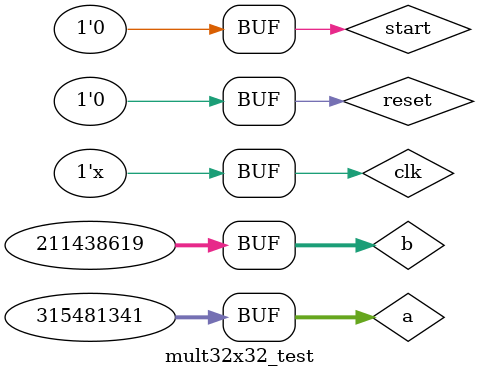
<source format=sv>
module mult32x32_test;

    logic clk;            // Clock
    logic reset;          // Reset
    logic start;          // Start signal
    logic [31:0] a;       // Input a
    logic [31:0] b;       // Input b
    logic busy;           // Multiplier busy indication
    logic [63:0] product; // Miltiplication product

// Put your code here
// ------------------
    mult32x32 insbdhdthyt(
    .clk(clk),              // Clock
    .reset(reset),          // Reset
    .start(start),          // Start signal
    .a(a),                  // Input a
    .b(b),                  // Input b
    .busy(busy),            // Multiplier busy indication
    .product(product)       
);

always begin
   #5
   clk = ~clk;
end
initial begin
   clk=1'b1;
    reset=1'b1;
    start=1'b0;
    a=32'b0;
    b=32'b0;

#40
reset=1'b0;
start=1'b0;
#10
start=1'b1;
a=32'd315481341;
b=32'd211438619;
#10
  start=1'b0;
#100
start=1'b0;
end


// End of your code

endmodule

</source>
